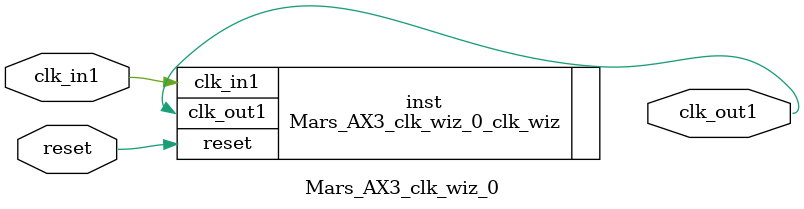
<source format=v>


`timescale 1ps/1ps

(* CORE_GENERATION_INFO = "Mars_AX3_clk_wiz_0,clk_wiz_v6_0_5_0_0,{component_name=Mars_AX3_clk_wiz_0,use_phase_alignment=true,use_min_o_jitter=false,use_max_i_jitter=false,use_dyn_phase_shift=false,use_inclk_switchover=false,use_dyn_reconfig=false,enable_axi=0,feedback_source=FDBK_AUTO,PRIMITIVE=MMCM,num_out_clk=1,clkin1_period=10.000,clkin2_period=10.000,use_power_down=false,use_reset=true,use_locked=false,use_inclk_stopped=false,feedback_type=SINGLE,CLOCK_MGR_TYPE=NA,manual_override=false}" *)

module Mars_AX3_clk_wiz_0 
 (
  // Clock out ports
  output        clk_out1,
  // Status and control signals
  input         reset,
 // Clock in ports
  input         clk_in1
 );

  Mars_AX3_clk_wiz_0_clk_wiz inst
  (
  // Clock out ports  
  .clk_out1(clk_out1),
  // Status and control signals               
  .reset(reset), 
 // Clock in ports
  .clk_in1(clk_in1)
  );

endmodule

</source>
